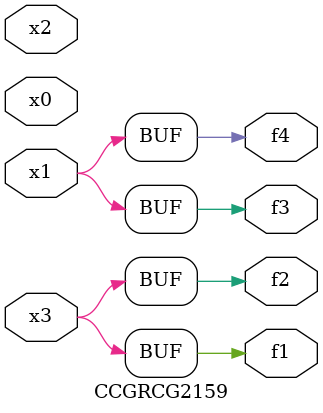
<source format=v>
module CCGRCG2159(
	input x0, x1, x2, x3,
	output f1, f2, f3, f4
);
	assign f1 = x3;
	assign f2 = x3;
	assign f3 = x1;
	assign f4 = x1;
endmodule

</source>
